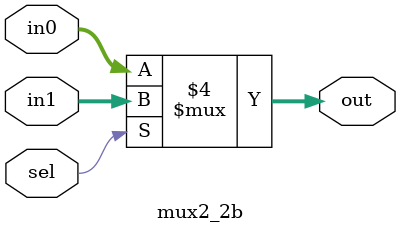
<source format=v>
`timescale 1ns / 1ps


module mux2_2b(input [1:0] in0,
               input [1:0] in1,
               input sel,
               output reg [1:0] out    

    );
    always @(*)
    begin
        if(sel==0)
        begin
            out = in0;
        end
        else
        begin
            out = in1;
        end
        
    end
    
    
endmodule

</source>
